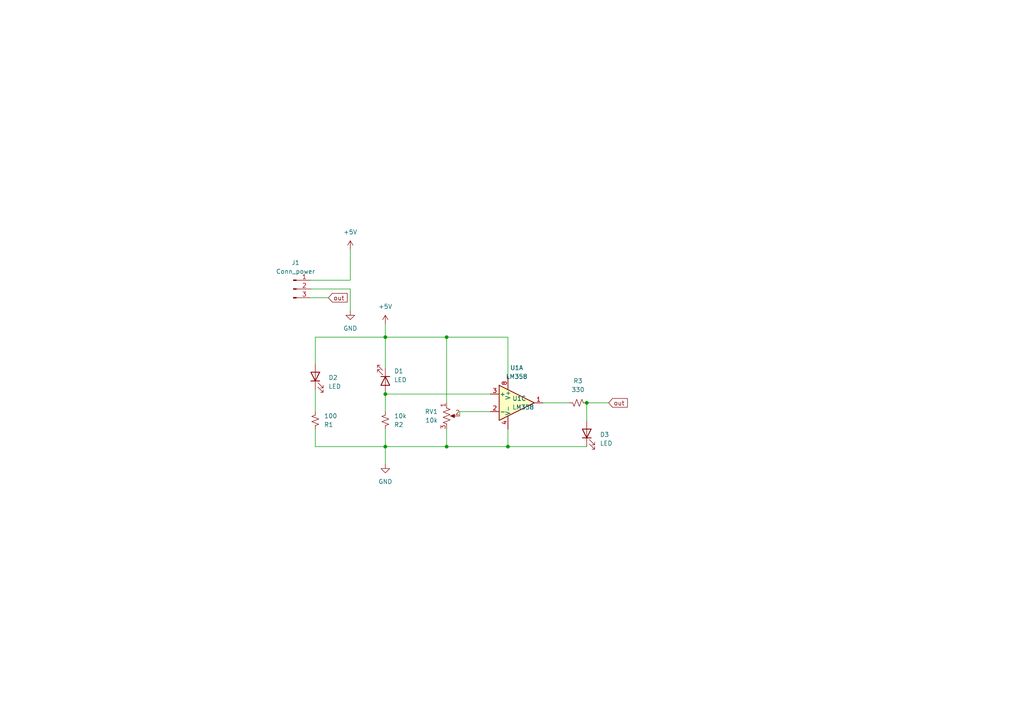
<source format=kicad_sch>
(kicad_sch
	(version 20231120)
	(generator "eeschema")
	(generator_version "8.0")
	(uuid "f9793440-5c7b-46df-8e0c-ee5c2255fcba")
	(paper "A4")
	(lib_symbols
		(symbol "Amplifier_Operational:LM358"
			(pin_names
				(offset 0.127)
			)
			(exclude_from_sim no)
			(in_bom yes)
			(on_board yes)
			(property "Reference" "U"
				(at 0 5.08 0)
				(effects
					(font
						(size 1.27 1.27)
					)
					(justify left)
				)
			)
			(property "Value" "LM358"
				(at 0 -5.08 0)
				(effects
					(font
						(size 1.27 1.27)
					)
					(justify left)
				)
			)
			(property "Footprint" ""
				(at 0 0 0)
				(effects
					(font
						(size 1.27 1.27)
					)
					(hide yes)
				)
			)
			(property "Datasheet" "http://www.ti.com/lit/ds/symlink/lm2904-n.pdf"
				(at 0 0 0)
				(effects
					(font
						(size 1.27 1.27)
					)
					(hide yes)
				)
			)
			(property "Description" "Low-Power, Dual Operational Amplifiers, DIP-8/SOIC-8/TO-99-8"
				(at 0 0 0)
				(effects
					(font
						(size 1.27 1.27)
					)
					(hide yes)
				)
			)
			(property "ki_locked" ""
				(at 0 0 0)
				(effects
					(font
						(size 1.27 1.27)
					)
				)
			)
			(property "ki_keywords" "dual opamp"
				(at 0 0 0)
				(effects
					(font
						(size 1.27 1.27)
					)
					(hide yes)
				)
			)
			(property "ki_fp_filters" "SOIC*3.9x4.9mm*P1.27mm* DIP*W7.62mm* TO*99* OnSemi*Micro8* TSSOP*3x3mm*P0.65mm* TSSOP*4.4x3mm*P0.65mm* MSOP*3x3mm*P0.65mm* SSOP*3.9x4.9mm*P0.635mm* LFCSP*2x2mm*P0.5mm* *SIP* SOIC*5.3x6.2mm*P1.27mm*"
				(at 0 0 0)
				(effects
					(font
						(size 1.27 1.27)
					)
					(hide yes)
				)
			)
			(symbol "LM358_1_1"
				(polyline
					(pts
						(xy -5.08 5.08) (xy 5.08 0) (xy -5.08 -5.08) (xy -5.08 5.08)
					)
					(stroke
						(width 0.254)
						(type default)
					)
					(fill
						(type background)
					)
				)
				(pin output line
					(at 7.62 0 180)
					(length 2.54)
					(name "~"
						(effects
							(font
								(size 1.27 1.27)
							)
						)
					)
					(number "1"
						(effects
							(font
								(size 1.27 1.27)
							)
						)
					)
				)
				(pin input line
					(at -7.62 -2.54 0)
					(length 2.54)
					(name "-"
						(effects
							(font
								(size 1.27 1.27)
							)
						)
					)
					(number "2"
						(effects
							(font
								(size 1.27 1.27)
							)
						)
					)
				)
				(pin input line
					(at -7.62 2.54 0)
					(length 2.54)
					(name "+"
						(effects
							(font
								(size 1.27 1.27)
							)
						)
					)
					(number "3"
						(effects
							(font
								(size 1.27 1.27)
							)
						)
					)
				)
			)
			(symbol "LM358_2_1"
				(polyline
					(pts
						(xy -5.08 5.08) (xy 5.08 0) (xy -5.08 -5.08) (xy -5.08 5.08)
					)
					(stroke
						(width 0.254)
						(type default)
					)
					(fill
						(type background)
					)
				)
				(pin input line
					(at -7.62 2.54 0)
					(length 2.54)
					(name "+"
						(effects
							(font
								(size 1.27 1.27)
							)
						)
					)
					(number "5"
						(effects
							(font
								(size 1.27 1.27)
							)
						)
					)
				)
				(pin input line
					(at -7.62 -2.54 0)
					(length 2.54)
					(name "-"
						(effects
							(font
								(size 1.27 1.27)
							)
						)
					)
					(number "6"
						(effects
							(font
								(size 1.27 1.27)
							)
						)
					)
				)
				(pin output line
					(at 7.62 0 180)
					(length 2.54)
					(name "~"
						(effects
							(font
								(size 1.27 1.27)
							)
						)
					)
					(number "7"
						(effects
							(font
								(size 1.27 1.27)
							)
						)
					)
				)
			)
			(symbol "LM358_3_1"
				(pin power_in line
					(at -2.54 -7.62 90)
					(length 3.81)
					(name "V-"
						(effects
							(font
								(size 1.27 1.27)
							)
						)
					)
					(number "4"
						(effects
							(font
								(size 1.27 1.27)
							)
						)
					)
				)
				(pin power_in line
					(at -2.54 7.62 270)
					(length 3.81)
					(name "V+"
						(effects
							(font
								(size 1.27 1.27)
							)
						)
					)
					(number "8"
						(effects
							(font
								(size 1.27 1.27)
							)
						)
					)
				)
			)
		)
		(symbol "Connector:Conn_01x03_Pin"
			(pin_names
				(offset 1.016) hide)
			(exclude_from_sim no)
			(in_bom yes)
			(on_board yes)
			(property "Reference" "J"
				(at 0 5.08 0)
				(effects
					(font
						(size 1.27 1.27)
					)
				)
			)
			(property "Value" "Conn_01x03_Pin"
				(at 0 -5.08 0)
				(effects
					(font
						(size 1.27 1.27)
					)
				)
			)
			(property "Footprint" ""
				(at 0 0 0)
				(effects
					(font
						(size 1.27 1.27)
					)
					(hide yes)
				)
			)
			(property "Datasheet" "~"
				(at 0 0 0)
				(effects
					(font
						(size 1.27 1.27)
					)
					(hide yes)
				)
			)
			(property "Description" "Generic connector, single row, 01x03, script generated"
				(at 0 0 0)
				(effects
					(font
						(size 1.27 1.27)
					)
					(hide yes)
				)
			)
			(property "ki_locked" ""
				(at 0 0 0)
				(effects
					(font
						(size 1.27 1.27)
					)
				)
			)
			(property "ki_keywords" "connector"
				(at 0 0 0)
				(effects
					(font
						(size 1.27 1.27)
					)
					(hide yes)
				)
			)
			(property "ki_fp_filters" "Connector*:*_1x??_*"
				(at 0 0 0)
				(effects
					(font
						(size 1.27 1.27)
					)
					(hide yes)
				)
			)
			(symbol "Conn_01x03_Pin_1_1"
				(polyline
					(pts
						(xy 1.27 -2.54) (xy 0.8636 -2.54)
					)
					(stroke
						(width 0.1524)
						(type default)
					)
					(fill
						(type none)
					)
				)
				(polyline
					(pts
						(xy 1.27 0) (xy 0.8636 0)
					)
					(stroke
						(width 0.1524)
						(type default)
					)
					(fill
						(type none)
					)
				)
				(polyline
					(pts
						(xy 1.27 2.54) (xy 0.8636 2.54)
					)
					(stroke
						(width 0.1524)
						(type default)
					)
					(fill
						(type none)
					)
				)
				(rectangle
					(start 0.8636 -2.413)
					(end 0 -2.667)
					(stroke
						(width 0.1524)
						(type default)
					)
					(fill
						(type outline)
					)
				)
				(rectangle
					(start 0.8636 0.127)
					(end 0 -0.127)
					(stroke
						(width 0.1524)
						(type default)
					)
					(fill
						(type outline)
					)
				)
				(rectangle
					(start 0.8636 2.667)
					(end 0 2.413)
					(stroke
						(width 0.1524)
						(type default)
					)
					(fill
						(type outline)
					)
				)
				(pin passive line
					(at 5.08 2.54 180)
					(length 3.81)
					(name "Pin_1"
						(effects
							(font
								(size 1.27 1.27)
							)
						)
					)
					(number "1"
						(effects
							(font
								(size 1.27 1.27)
							)
						)
					)
				)
				(pin passive line
					(at 5.08 0 180)
					(length 3.81)
					(name "Pin_2"
						(effects
							(font
								(size 1.27 1.27)
							)
						)
					)
					(number "2"
						(effects
							(font
								(size 1.27 1.27)
							)
						)
					)
				)
				(pin passive line
					(at 5.08 -2.54 180)
					(length 3.81)
					(name "Pin_3"
						(effects
							(font
								(size 1.27 1.27)
							)
						)
					)
					(number "3"
						(effects
							(font
								(size 1.27 1.27)
							)
						)
					)
				)
			)
		)
		(symbol "Device:LED"
			(pin_numbers hide)
			(pin_names
				(offset 1.016) hide)
			(exclude_from_sim no)
			(in_bom yes)
			(on_board yes)
			(property "Reference" "D"
				(at 0 2.54 0)
				(effects
					(font
						(size 1.27 1.27)
					)
				)
			)
			(property "Value" "LED"
				(at 0 -2.54 0)
				(effects
					(font
						(size 1.27 1.27)
					)
				)
			)
			(property "Footprint" ""
				(at 0 0 0)
				(effects
					(font
						(size 1.27 1.27)
					)
					(hide yes)
				)
			)
			(property "Datasheet" "~"
				(at 0 0 0)
				(effects
					(font
						(size 1.27 1.27)
					)
					(hide yes)
				)
			)
			(property "Description" "Light emitting diode"
				(at 0 0 0)
				(effects
					(font
						(size 1.27 1.27)
					)
					(hide yes)
				)
			)
			(property "ki_keywords" "LED diode"
				(at 0 0 0)
				(effects
					(font
						(size 1.27 1.27)
					)
					(hide yes)
				)
			)
			(property "ki_fp_filters" "LED* LED_SMD:* LED_THT:*"
				(at 0 0 0)
				(effects
					(font
						(size 1.27 1.27)
					)
					(hide yes)
				)
			)
			(symbol "LED_0_1"
				(polyline
					(pts
						(xy -1.27 -1.27) (xy -1.27 1.27)
					)
					(stroke
						(width 0.254)
						(type default)
					)
					(fill
						(type none)
					)
				)
				(polyline
					(pts
						(xy -1.27 0) (xy 1.27 0)
					)
					(stroke
						(width 0)
						(type default)
					)
					(fill
						(type none)
					)
				)
				(polyline
					(pts
						(xy 1.27 -1.27) (xy 1.27 1.27) (xy -1.27 0) (xy 1.27 -1.27)
					)
					(stroke
						(width 0.254)
						(type default)
					)
					(fill
						(type none)
					)
				)
				(polyline
					(pts
						(xy -3.048 -0.762) (xy -4.572 -2.286) (xy -3.81 -2.286) (xy -4.572 -2.286) (xy -4.572 -1.524)
					)
					(stroke
						(width 0)
						(type default)
					)
					(fill
						(type none)
					)
				)
				(polyline
					(pts
						(xy -1.778 -0.762) (xy -3.302 -2.286) (xy -2.54 -2.286) (xy -3.302 -2.286) (xy -3.302 -1.524)
					)
					(stroke
						(width 0)
						(type default)
					)
					(fill
						(type none)
					)
				)
			)
			(symbol "LED_1_1"
				(pin passive line
					(at -3.81 0 0)
					(length 2.54)
					(name "K"
						(effects
							(font
								(size 1.27 1.27)
							)
						)
					)
					(number "1"
						(effects
							(font
								(size 1.27 1.27)
							)
						)
					)
				)
				(pin passive line
					(at 3.81 0 180)
					(length 2.54)
					(name "A"
						(effects
							(font
								(size 1.27 1.27)
							)
						)
					)
					(number "2"
						(effects
							(font
								(size 1.27 1.27)
							)
						)
					)
				)
			)
		)
		(symbol "Device:R_Potentiometer_US"
			(pin_names
				(offset 1.016) hide)
			(exclude_from_sim no)
			(in_bom yes)
			(on_board yes)
			(property "Reference" "RV"
				(at -4.445 0 90)
				(effects
					(font
						(size 1.27 1.27)
					)
				)
			)
			(property "Value" "R_Potentiometer_US"
				(at -2.54 0 90)
				(effects
					(font
						(size 1.27 1.27)
					)
				)
			)
			(property "Footprint" ""
				(at 0 0 0)
				(effects
					(font
						(size 1.27 1.27)
					)
					(hide yes)
				)
			)
			(property "Datasheet" "~"
				(at 0 0 0)
				(effects
					(font
						(size 1.27 1.27)
					)
					(hide yes)
				)
			)
			(property "Description" "Potentiometer, US symbol"
				(at 0 0 0)
				(effects
					(font
						(size 1.27 1.27)
					)
					(hide yes)
				)
			)
			(property "ki_keywords" "resistor variable"
				(at 0 0 0)
				(effects
					(font
						(size 1.27 1.27)
					)
					(hide yes)
				)
			)
			(property "ki_fp_filters" "Potentiometer*"
				(at 0 0 0)
				(effects
					(font
						(size 1.27 1.27)
					)
					(hide yes)
				)
			)
			(symbol "R_Potentiometer_US_0_1"
				(polyline
					(pts
						(xy 0 -2.286) (xy 0 -2.54)
					)
					(stroke
						(width 0)
						(type default)
					)
					(fill
						(type none)
					)
				)
				(polyline
					(pts
						(xy 0 2.54) (xy 0 2.286)
					)
					(stroke
						(width 0)
						(type default)
					)
					(fill
						(type none)
					)
				)
				(polyline
					(pts
						(xy 2.54 0) (xy 1.524 0)
					)
					(stroke
						(width 0)
						(type default)
					)
					(fill
						(type none)
					)
				)
				(polyline
					(pts
						(xy 1.143 0) (xy 2.286 0.508) (xy 2.286 -0.508) (xy 1.143 0)
					)
					(stroke
						(width 0)
						(type default)
					)
					(fill
						(type outline)
					)
				)
				(polyline
					(pts
						(xy 0 -0.762) (xy 1.016 -1.143) (xy 0 -1.524) (xy -1.016 -1.905) (xy 0 -2.286)
					)
					(stroke
						(width 0)
						(type default)
					)
					(fill
						(type none)
					)
				)
				(polyline
					(pts
						(xy 0 0.762) (xy 1.016 0.381) (xy 0 0) (xy -1.016 -0.381) (xy 0 -0.762)
					)
					(stroke
						(width 0)
						(type default)
					)
					(fill
						(type none)
					)
				)
				(polyline
					(pts
						(xy 0 2.286) (xy 1.016 1.905) (xy 0 1.524) (xy -1.016 1.143) (xy 0 0.762)
					)
					(stroke
						(width 0)
						(type default)
					)
					(fill
						(type none)
					)
				)
			)
			(symbol "R_Potentiometer_US_1_1"
				(pin passive line
					(at 0 3.81 270)
					(length 1.27)
					(name "1"
						(effects
							(font
								(size 1.27 1.27)
							)
						)
					)
					(number "1"
						(effects
							(font
								(size 1.27 1.27)
							)
						)
					)
				)
				(pin passive line
					(at 3.81 0 180)
					(length 1.27)
					(name "2"
						(effects
							(font
								(size 1.27 1.27)
							)
						)
					)
					(number "2"
						(effects
							(font
								(size 1.27 1.27)
							)
						)
					)
				)
				(pin passive line
					(at 0 -3.81 90)
					(length 1.27)
					(name "3"
						(effects
							(font
								(size 1.27 1.27)
							)
						)
					)
					(number "3"
						(effects
							(font
								(size 1.27 1.27)
							)
						)
					)
				)
			)
		)
		(symbol "Device:R_Small_US"
			(pin_numbers hide)
			(pin_names
				(offset 0.254) hide)
			(exclude_from_sim no)
			(in_bom yes)
			(on_board yes)
			(property "Reference" "R"
				(at 0.762 0.508 0)
				(effects
					(font
						(size 1.27 1.27)
					)
					(justify left)
				)
			)
			(property "Value" "R_Small_US"
				(at 0.762 -1.016 0)
				(effects
					(font
						(size 1.27 1.27)
					)
					(justify left)
				)
			)
			(property "Footprint" ""
				(at 0 0 0)
				(effects
					(font
						(size 1.27 1.27)
					)
					(hide yes)
				)
			)
			(property "Datasheet" "~"
				(at 0 0 0)
				(effects
					(font
						(size 1.27 1.27)
					)
					(hide yes)
				)
			)
			(property "Description" "Resistor, small US symbol"
				(at 0 0 0)
				(effects
					(font
						(size 1.27 1.27)
					)
					(hide yes)
				)
			)
			(property "ki_keywords" "r resistor"
				(at 0 0 0)
				(effects
					(font
						(size 1.27 1.27)
					)
					(hide yes)
				)
			)
			(property "ki_fp_filters" "R_*"
				(at 0 0 0)
				(effects
					(font
						(size 1.27 1.27)
					)
					(hide yes)
				)
			)
			(symbol "R_Small_US_1_1"
				(polyline
					(pts
						(xy 0 0) (xy 1.016 -0.381) (xy 0 -0.762) (xy -1.016 -1.143) (xy 0 -1.524)
					)
					(stroke
						(width 0)
						(type default)
					)
					(fill
						(type none)
					)
				)
				(polyline
					(pts
						(xy 0 1.524) (xy 1.016 1.143) (xy 0 0.762) (xy -1.016 0.381) (xy 0 0)
					)
					(stroke
						(width 0)
						(type default)
					)
					(fill
						(type none)
					)
				)
				(pin passive line
					(at 0 2.54 270)
					(length 1.016)
					(name "~"
						(effects
							(font
								(size 1.27 1.27)
							)
						)
					)
					(number "1"
						(effects
							(font
								(size 1.27 1.27)
							)
						)
					)
				)
				(pin passive line
					(at 0 -2.54 90)
					(length 1.016)
					(name "~"
						(effects
							(font
								(size 1.27 1.27)
							)
						)
					)
					(number "2"
						(effects
							(font
								(size 1.27 1.27)
							)
						)
					)
				)
			)
		)
		(symbol "power:+5V"
			(power)
			(pin_numbers hide)
			(pin_names
				(offset 0) hide)
			(exclude_from_sim no)
			(in_bom yes)
			(on_board yes)
			(property "Reference" "#PWR"
				(at 0 -3.81 0)
				(effects
					(font
						(size 1.27 1.27)
					)
					(hide yes)
				)
			)
			(property "Value" "+5V"
				(at 0 3.556 0)
				(effects
					(font
						(size 1.27 1.27)
					)
				)
			)
			(property "Footprint" ""
				(at 0 0 0)
				(effects
					(font
						(size 1.27 1.27)
					)
					(hide yes)
				)
			)
			(property "Datasheet" ""
				(at 0 0 0)
				(effects
					(font
						(size 1.27 1.27)
					)
					(hide yes)
				)
			)
			(property "Description" "Power symbol creates a global label with name \"+5V\""
				(at 0 0 0)
				(effects
					(font
						(size 1.27 1.27)
					)
					(hide yes)
				)
			)
			(property "ki_keywords" "global power"
				(at 0 0 0)
				(effects
					(font
						(size 1.27 1.27)
					)
					(hide yes)
				)
			)
			(symbol "+5V_0_1"
				(polyline
					(pts
						(xy -0.762 1.27) (xy 0 2.54)
					)
					(stroke
						(width 0)
						(type default)
					)
					(fill
						(type none)
					)
				)
				(polyline
					(pts
						(xy 0 0) (xy 0 2.54)
					)
					(stroke
						(width 0)
						(type default)
					)
					(fill
						(type none)
					)
				)
				(polyline
					(pts
						(xy 0 2.54) (xy 0.762 1.27)
					)
					(stroke
						(width 0)
						(type default)
					)
					(fill
						(type none)
					)
				)
			)
			(symbol "+5V_1_1"
				(pin power_in line
					(at 0 0 90)
					(length 0)
					(name "~"
						(effects
							(font
								(size 1.27 1.27)
							)
						)
					)
					(number "1"
						(effects
							(font
								(size 1.27 1.27)
							)
						)
					)
				)
			)
		)
		(symbol "power:GND"
			(power)
			(pin_numbers hide)
			(pin_names
				(offset 0) hide)
			(exclude_from_sim no)
			(in_bom yes)
			(on_board yes)
			(property "Reference" "#PWR"
				(at 0 -6.35 0)
				(effects
					(font
						(size 1.27 1.27)
					)
					(hide yes)
				)
			)
			(property "Value" "GND"
				(at 0 -3.81 0)
				(effects
					(font
						(size 1.27 1.27)
					)
				)
			)
			(property "Footprint" ""
				(at 0 0 0)
				(effects
					(font
						(size 1.27 1.27)
					)
					(hide yes)
				)
			)
			(property "Datasheet" ""
				(at 0 0 0)
				(effects
					(font
						(size 1.27 1.27)
					)
					(hide yes)
				)
			)
			(property "Description" "Power symbol creates a global label with name \"GND\" , ground"
				(at 0 0 0)
				(effects
					(font
						(size 1.27 1.27)
					)
					(hide yes)
				)
			)
			(property "ki_keywords" "global power"
				(at 0 0 0)
				(effects
					(font
						(size 1.27 1.27)
					)
					(hide yes)
				)
			)
			(symbol "GND_0_1"
				(polyline
					(pts
						(xy 0 0) (xy 0 -1.27) (xy 1.27 -1.27) (xy 0 -2.54) (xy -1.27 -1.27) (xy 0 -1.27)
					)
					(stroke
						(width 0)
						(type default)
					)
					(fill
						(type none)
					)
				)
			)
			(symbol "GND_1_1"
				(pin power_in line
					(at 0 0 270)
					(length 0)
					(name "~"
						(effects
							(font
								(size 1.27 1.27)
							)
						)
					)
					(number "1"
						(effects
							(font
								(size 1.27 1.27)
							)
						)
					)
				)
			)
		)
	)
	(junction
		(at 129.54 97.79)
		(diameter 0)
		(color 0 0 0 0)
		(uuid "0578fe6e-d1dd-4282-bd64-3e2ae372685f")
	)
	(junction
		(at 170.18 116.84)
		(diameter 0)
		(color 0 0 0 0)
		(uuid "2d04a6e7-e48b-4137-a69f-b165ea4d795e")
	)
	(junction
		(at 111.76 114.3)
		(diameter 0)
		(color 0 0 0 0)
		(uuid "508b833e-ffeb-4bc1-900f-a2e7a1efc2b5")
	)
	(junction
		(at 111.76 129.54)
		(diameter 0)
		(color 0 0 0 0)
		(uuid "7b672ef0-857a-4f71-b895-e7de5738df85")
	)
	(junction
		(at 111.76 97.79)
		(diameter 0)
		(color 0 0 0 0)
		(uuid "b154ab6c-6807-4225-b1ae-9ed003befe23")
	)
	(junction
		(at 147.32 129.54)
		(diameter 0)
		(color 0 0 0 0)
		(uuid "ba8f7b03-091c-4e2e-a949-4133c952af65")
	)
	(junction
		(at 129.54 129.54)
		(diameter 0)
		(color 0 0 0 0)
		(uuid "e44e1f6a-d9cd-4088-8865-87dfb2d9d12e")
	)
	(wire
		(pts
			(xy 111.76 97.79) (xy 111.76 106.68)
		)
		(stroke
			(width 0)
			(type default)
		)
		(uuid "060a5298-3560-4bbe-8e95-afeb98edfafa")
	)
	(wire
		(pts
			(xy 101.6 81.28) (xy 90.17 81.28)
		)
		(stroke
			(width 0)
			(type default)
		)
		(uuid "1c67365d-9e70-4d61-b336-03106c2d50f2")
	)
	(wire
		(pts
			(xy 91.44 129.54) (xy 111.76 129.54)
		)
		(stroke
			(width 0)
			(type default)
		)
		(uuid "1d982ed6-3cb1-48c1-a78b-b659a2c621ea")
	)
	(wire
		(pts
			(xy 170.18 116.84) (xy 176.53 116.84)
		)
		(stroke
			(width 0)
			(type default)
		)
		(uuid "2ef63718-40f2-46f0-a023-87c950e88999")
	)
	(wire
		(pts
			(xy 101.6 72.39) (xy 101.6 81.28)
		)
		(stroke
			(width 0)
			(type default)
		)
		(uuid "335da21b-cba9-44f7-b285-43578b8bf8f7")
	)
	(wire
		(pts
			(xy 170.18 116.84) (xy 170.18 121.92)
		)
		(stroke
			(width 0)
			(type default)
		)
		(uuid "39e40914-ba6b-4017-829c-9c31fcad47d5")
	)
	(wire
		(pts
			(xy 147.32 124.46) (xy 147.32 129.54)
		)
		(stroke
			(width 0)
			(type default)
		)
		(uuid "3ba5943b-a54d-46ab-bcdb-e7cfa4fb049f")
	)
	(wire
		(pts
			(xy 142.24 114.3) (xy 111.76 114.3)
		)
		(stroke
			(width 0)
			(type default)
		)
		(uuid "48dd2202-a1e3-40f8-b74c-adc5646aa67f")
	)
	(wire
		(pts
			(xy 147.32 129.54) (xy 129.54 129.54)
		)
		(stroke
			(width 0)
			(type default)
		)
		(uuid "53f14196-1779-4c51-8663-5ee1d4a4e994")
	)
	(wire
		(pts
			(xy 111.76 134.62) (xy 111.76 129.54)
		)
		(stroke
			(width 0)
			(type default)
		)
		(uuid "5a2f5a0a-31cd-40fe-90f0-cd32cdfd23b4")
	)
	(wire
		(pts
			(xy 129.54 97.79) (xy 111.76 97.79)
		)
		(stroke
			(width 0)
			(type default)
		)
		(uuid "5e9eaed1-7df1-4c8e-9928-52a5533a4760")
	)
	(wire
		(pts
			(xy 91.44 113.03) (xy 91.44 119.38)
		)
		(stroke
			(width 0)
			(type default)
		)
		(uuid "60e289f0-13e4-41ec-b550-a4d7ee30dfce")
	)
	(wire
		(pts
			(xy 111.76 124.46) (xy 111.76 129.54)
		)
		(stroke
			(width 0)
			(type default)
		)
		(uuid "66e03954-a05c-4052-8f68-b04eb0dab777")
	)
	(wire
		(pts
			(xy 157.48 116.84) (xy 165.1 116.84)
		)
		(stroke
			(width 0)
			(type default)
		)
		(uuid "7cb4870b-f6aa-4368-87c7-b1cc413ba815")
	)
	(wire
		(pts
			(xy 133.35 119.38) (xy 133.35 120.65)
		)
		(stroke
			(width 0)
			(type default)
		)
		(uuid "8009447b-8af9-4590-adb9-30210c5739a4")
	)
	(wire
		(pts
			(xy 111.76 93.98) (xy 111.76 97.79)
		)
		(stroke
			(width 0)
			(type default)
		)
		(uuid "833bbb2c-f1a9-4f59-ad3d-16eaa2488dcd")
	)
	(wire
		(pts
			(xy 91.44 124.46) (xy 91.44 129.54)
		)
		(stroke
			(width 0)
			(type default)
		)
		(uuid "8381ee54-eb2a-46d9-9a65-67e2f92718b5")
	)
	(wire
		(pts
			(xy 142.24 119.38) (xy 133.35 119.38)
		)
		(stroke
			(width 0)
			(type default)
		)
		(uuid "8a476d72-de65-496c-bfaf-4f13e4a19f1c")
	)
	(wire
		(pts
			(xy 111.76 114.3) (xy 111.76 119.38)
		)
		(stroke
			(width 0)
			(type default)
		)
		(uuid "970b8f1c-2632-4031-b63e-19ff6c6beae6")
	)
	(wire
		(pts
			(xy 129.54 129.54) (xy 111.76 129.54)
		)
		(stroke
			(width 0)
			(type default)
		)
		(uuid "a1d6482d-8d6d-4128-8538-f56ad246e2db")
	)
	(wire
		(pts
			(xy 147.32 109.22) (xy 147.32 97.79)
		)
		(stroke
			(width 0)
			(type default)
		)
		(uuid "a466d4ce-dbc8-4748-a9c3-8bec11e73d42")
	)
	(wire
		(pts
			(xy 91.44 97.79) (xy 91.44 105.41)
		)
		(stroke
			(width 0)
			(type default)
		)
		(uuid "a5c6360b-bc9c-4742-9824-f605deaa53a3")
	)
	(wire
		(pts
			(xy 147.32 129.54) (xy 170.18 129.54)
		)
		(stroke
			(width 0)
			(type default)
		)
		(uuid "ae81b8fe-270b-4e59-9d00-6f3dbe023f4b")
	)
	(wire
		(pts
			(xy 147.32 97.79) (xy 129.54 97.79)
		)
		(stroke
			(width 0)
			(type default)
		)
		(uuid "b99c66a6-56f9-4114-913d-d16214483160")
	)
	(wire
		(pts
			(xy 90.17 83.82) (xy 101.6 83.82)
		)
		(stroke
			(width 0)
			(type default)
		)
		(uuid "c1785db4-8b04-4c13-b027-31a5866c97ea")
	)
	(wire
		(pts
			(xy 101.6 83.82) (xy 101.6 90.17)
		)
		(stroke
			(width 0)
			(type default)
		)
		(uuid "cab69075-0379-4688-ac90-a42b11651c5a")
	)
	(wire
		(pts
			(xy 129.54 124.46) (xy 129.54 129.54)
		)
		(stroke
			(width 0)
			(type default)
		)
		(uuid "e6bd0ef9-5aeb-4c0d-a7f5-04facd32cb41")
	)
	(wire
		(pts
			(xy 111.76 97.79) (xy 91.44 97.79)
		)
		(stroke
			(width 0)
			(type default)
		)
		(uuid "f3c26a7d-7d34-4d40-aef6-e9fa846ba07a")
	)
	(wire
		(pts
			(xy 90.17 86.36) (xy 95.25 86.36)
		)
		(stroke
			(width 0)
			(type default)
		)
		(uuid "fc3a1d34-3a11-4d7e-8640-5e637c164f23")
	)
	(wire
		(pts
			(xy 129.54 116.84) (xy 129.54 97.79)
		)
		(stroke
			(width 0)
			(type default)
		)
		(uuid "ff2538d6-bbb0-4c52-b075-91e95ca8619c")
	)
	(global_label "out"
		(shape input)
		(at 95.25 86.36 0)
		(fields_autoplaced yes)
		(effects
			(font
				(size 1.27 1.27)
			)
			(justify left)
		)
		(uuid "59e731a5-1336-4e39-aa12-ac4be81431fe")
		(property "Intersheetrefs" "${INTERSHEET_REFS}"
			(at 101.2589 86.36 0)
			(effects
				(font
					(size 1.27 1.27)
				)
				(justify left)
				(hide yes)
			)
		)
	)
	(global_label "out"
		(shape input)
		(at 176.53 116.84 0)
		(fields_autoplaced yes)
		(effects
			(font
				(size 1.27 1.27)
			)
			(justify left)
		)
		(uuid "dcc96f20-fa57-4dbf-ab89-1de1b1f78a59")
		(property "Intersheetrefs" "${INTERSHEET_REFS}"
			(at 182.5389 116.84 0)
			(effects
				(font
					(size 1.27 1.27)
				)
				(justify left)
				(hide yes)
			)
		)
	)
	(symbol
		(lib_id "Device:R_Small_US")
		(at 111.76 121.92 0)
		(mirror x)
		(unit 1)
		(exclude_from_sim no)
		(in_bom yes)
		(on_board yes)
		(dnp no)
		(fields_autoplaced yes)
		(uuid "083e816e-ed78-4420-8c28-8984e7fd93df")
		(property "Reference" "R2"
			(at 114.3 123.1901 0)
			(effects
				(font
					(size 1.27 1.27)
				)
				(justify left)
			)
		)
		(property "Value" "10k"
			(at 114.3 120.6501 0)
			(effects
				(font
					(size 1.27 1.27)
				)
				(justify left)
			)
		)
		(property "Footprint" "Resistor_SMD:R_1206_3216Metric"
			(at 111.76 121.92 0)
			(effects
				(font
					(size 1.27 1.27)
				)
				(hide yes)
			)
		)
		(property "Datasheet" "~"
			(at 111.76 121.92 0)
			(effects
				(font
					(size 1.27 1.27)
				)
				(hide yes)
			)
		)
		(property "Description" "Resistor, small US symbol"
			(at 111.76 121.92 0)
			(effects
				(font
					(size 1.27 1.27)
				)
				(hide yes)
			)
		)
		(pin "2"
			(uuid "f4fccb2a-a199-4cb4-b64f-c39e695e31bc")
		)
		(pin "1"
			(uuid "e1f41d42-3140-439a-9512-02d502ee3d9f")
		)
		(instances
			(project "ir sensor"
				(path "/f9793440-5c7b-46df-8e0c-ee5c2255fcba"
					(reference "R2")
					(unit 1)
				)
			)
		)
	)
	(symbol
		(lib_id "Device:R_Potentiometer_US")
		(at 129.54 120.65 0)
		(unit 1)
		(exclude_from_sim no)
		(in_bom yes)
		(on_board yes)
		(dnp no)
		(fields_autoplaced yes)
		(uuid "1997162d-c967-461c-96fe-05d02130dc91")
		(property "Reference" "RV1"
			(at 127 119.3799 0)
			(effects
				(font
					(size 1.27 1.27)
				)
				(justify right)
			)
		)
		(property "Value" "10k"
			(at 127 121.9199 0)
			(effects
				(font
					(size 1.27 1.27)
				)
				(justify right)
			)
		)
		(property "Footprint" "Potentiometer_THT:Potentiometer_ACP_CA6-H2,5_Horizontal"
			(at 129.54 120.65 0)
			(effects
				(font
					(size 1.27 1.27)
				)
				(hide yes)
			)
		)
		(property "Datasheet" "~"
			(at 129.54 120.65 0)
			(effects
				(font
					(size 1.27 1.27)
				)
				(hide yes)
			)
		)
		(property "Description" "Potentiometer, US symbol"
			(at 129.54 120.65 0)
			(effects
				(font
					(size 1.27 1.27)
				)
				(hide yes)
			)
		)
		(pin "2"
			(uuid "1b54b10a-858d-4db6-b592-f99c46238d22")
		)
		(pin "3"
			(uuid "492c8db0-e880-4739-b260-938de90a7a23")
		)
		(pin "1"
			(uuid "5f361e71-7f7d-4181-bbb8-a4511080d574")
		)
		(instances
			(project ""
				(path "/f9793440-5c7b-46df-8e0c-ee5c2255fcba"
					(reference "RV1")
					(unit 1)
				)
			)
		)
	)
	(symbol
		(lib_id "power:GND")
		(at 111.76 134.62 0)
		(unit 1)
		(exclude_from_sim no)
		(in_bom yes)
		(on_board yes)
		(dnp no)
		(fields_autoplaced yes)
		(uuid "3815cf59-abe1-42ee-8289-190c41f892cc")
		(property "Reference" "#PWR03"
			(at 111.76 140.97 0)
			(effects
				(font
					(size 1.27 1.27)
				)
				(hide yes)
			)
		)
		(property "Value" "GND"
			(at 111.76 139.7 0)
			(effects
				(font
					(size 1.27 1.27)
				)
			)
		)
		(property "Footprint" ""
			(at 111.76 134.62 0)
			(effects
				(font
					(size 1.27 1.27)
				)
				(hide yes)
			)
		)
		(property "Datasheet" ""
			(at 111.76 134.62 0)
			(effects
				(font
					(size 1.27 1.27)
				)
				(hide yes)
			)
		)
		(property "Description" "Power symbol creates a global label with name \"GND\" , ground"
			(at 111.76 134.62 0)
			(effects
				(font
					(size 1.27 1.27)
				)
				(hide yes)
			)
		)
		(pin "1"
			(uuid "bc827fd6-f2b8-4ad5-844b-91ab1c678064")
		)
		(instances
			(project "ir sensor"
				(path "/f9793440-5c7b-46df-8e0c-ee5c2255fcba"
					(reference "#PWR03")
					(unit 1)
				)
			)
		)
	)
	(symbol
		(lib_id "power:+5V")
		(at 101.6 72.39 0)
		(unit 1)
		(exclude_from_sim no)
		(in_bom yes)
		(on_board yes)
		(dnp no)
		(fields_autoplaced yes)
		(uuid "54831c39-b482-4112-88d6-81b630b8582a")
		(property "Reference" "#PWR01"
			(at 101.6 76.2 0)
			(effects
				(font
					(size 1.27 1.27)
				)
				(hide yes)
			)
		)
		(property "Value" "+5V"
			(at 101.6 67.31 0)
			(effects
				(font
					(size 1.27 1.27)
				)
			)
		)
		(property "Footprint" ""
			(at 101.6 72.39 0)
			(effects
				(font
					(size 1.27 1.27)
				)
				(hide yes)
			)
		)
		(property "Datasheet" ""
			(at 101.6 72.39 0)
			(effects
				(font
					(size 1.27 1.27)
				)
				(hide yes)
			)
		)
		(property "Description" "Power symbol creates a global label with name \"+5V\""
			(at 101.6 72.39 0)
			(effects
				(font
					(size 1.27 1.27)
				)
				(hide yes)
			)
		)
		(pin "1"
			(uuid "3ebe63fb-eb4f-44f4-adbf-56c2862db05b")
		)
		(instances
			(project ""
				(path "/f9793440-5c7b-46df-8e0c-ee5c2255fcba"
					(reference "#PWR01")
					(unit 1)
				)
			)
		)
	)
	(symbol
		(lib_id "power:GND")
		(at 101.6 90.17 0)
		(unit 1)
		(exclude_from_sim no)
		(in_bom yes)
		(on_board yes)
		(dnp no)
		(fields_autoplaced yes)
		(uuid "63df9099-262e-4e12-a56c-3df2a6b52a76")
		(property "Reference" "#PWR02"
			(at 101.6 96.52 0)
			(effects
				(font
					(size 1.27 1.27)
				)
				(hide yes)
			)
		)
		(property "Value" "GND"
			(at 101.6 95.25 0)
			(effects
				(font
					(size 1.27 1.27)
				)
			)
		)
		(property "Footprint" ""
			(at 101.6 90.17 0)
			(effects
				(font
					(size 1.27 1.27)
				)
				(hide yes)
			)
		)
		(property "Datasheet" ""
			(at 101.6 90.17 0)
			(effects
				(font
					(size 1.27 1.27)
				)
				(hide yes)
			)
		)
		(property "Description" "Power symbol creates a global label with name \"GND\" , ground"
			(at 101.6 90.17 0)
			(effects
				(font
					(size 1.27 1.27)
				)
				(hide yes)
			)
		)
		(pin "1"
			(uuid "eeb6e9f9-2ff2-4af1-a877-e37509e43f74")
		)
		(instances
			(project ""
				(path "/f9793440-5c7b-46df-8e0c-ee5c2255fcba"
					(reference "#PWR02")
					(unit 1)
				)
			)
		)
	)
	(symbol
		(lib_id "Device:LED")
		(at 170.18 125.73 90)
		(unit 1)
		(exclude_from_sim no)
		(in_bom yes)
		(on_board yes)
		(dnp no)
		(fields_autoplaced yes)
		(uuid "64dcfc1b-4f44-47a3-88b6-cb0ee9f5d062")
		(property "Reference" "D3"
			(at 173.99 126.0474 90)
			(effects
				(font
					(size 1.27 1.27)
				)
				(justify right)
			)
		)
		(property "Value" "LED"
			(at 173.99 128.5874 90)
			(effects
				(font
					(size 1.27 1.27)
				)
				(justify right)
			)
		)
		(property "Footprint" "LED_SMD:LED_1206_3216Metric_Pad1.42x1.75mm_HandSolder"
			(at 170.18 125.73 0)
			(effects
				(font
					(size 1.27 1.27)
				)
				(hide yes)
			)
		)
		(property "Datasheet" "~"
			(at 170.18 125.73 0)
			(effects
				(font
					(size 1.27 1.27)
				)
				(hide yes)
			)
		)
		(property "Description" "Light emitting diode"
			(at 170.18 125.73 0)
			(effects
				(font
					(size 1.27 1.27)
				)
				(hide yes)
			)
		)
		(pin "2"
			(uuid "c06ce267-9058-4c36-8b05-825e69feb1c2")
		)
		(pin "1"
			(uuid "8014c4fe-591b-4908-ada5-5b5dc890ee77")
		)
		(instances
			(project "ir sensor"
				(path "/f9793440-5c7b-46df-8e0c-ee5c2255fcba"
					(reference "D3")
					(unit 1)
				)
			)
		)
	)
	(symbol
		(lib_id "Device:R_Small_US")
		(at 167.64 116.84 270)
		(mirror x)
		(unit 1)
		(exclude_from_sim no)
		(in_bom yes)
		(on_board yes)
		(dnp no)
		(fields_autoplaced yes)
		(uuid "82ae05cc-cbdc-4652-be12-8367b4bf2772")
		(property "Reference" "R3"
			(at 167.64 110.49 90)
			(effects
				(font
					(size 1.27 1.27)
				)
			)
		)
		(property "Value" "330"
			(at 167.64 113.03 90)
			(effects
				(font
					(size 1.27 1.27)
				)
			)
		)
		(property "Footprint" "Resistor_SMD:R_1206_3216Metric"
			(at 167.64 116.84 0)
			(effects
				(font
					(size 1.27 1.27)
				)
				(hide yes)
			)
		)
		(property "Datasheet" "~"
			(at 167.64 116.84 0)
			(effects
				(font
					(size 1.27 1.27)
				)
				(hide yes)
			)
		)
		(property "Description" "Resistor, small US symbol"
			(at 167.64 116.84 0)
			(effects
				(font
					(size 1.27 1.27)
				)
				(hide yes)
			)
		)
		(pin "2"
			(uuid "b097b1b4-2aaf-433c-bcd0-5a5b7e27e3de")
		)
		(pin "1"
			(uuid "15c8b69b-7a89-4d84-8704-b2732dd64859")
		)
		(instances
			(project "ir sensor"
				(path "/f9793440-5c7b-46df-8e0c-ee5c2255fcba"
					(reference "R3")
					(unit 1)
				)
			)
		)
	)
	(symbol
		(lib_id "Amplifier_Operational:LM358")
		(at 149.86 116.84 0)
		(unit 3)
		(exclude_from_sim no)
		(in_bom yes)
		(on_board yes)
		(dnp no)
		(fields_autoplaced yes)
		(uuid "a96d7e90-df4f-4951-94c8-b5ec750d4f27")
		(property "Reference" "U1"
			(at 148.59 115.5699 0)
			(effects
				(font
					(size 1.27 1.27)
				)
				(justify left)
			)
		)
		(property "Value" "LM358"
			(at 148.59 118.1099 0)
			(effects
				(font
					(size 1.27 1.27)
				)
				(justify left)
			)
		)
		(property "Footprint" "Package_DIP:DIP-8_W7.62mm_SMDSocket_SmallPads"
			(at 149.86 116.84 0)
			(effects
				(font
					(size 1.27 1.27)
				)
				(hide yes)
			)
		)
		(property "Datasheet" "http://www.ti.com/lit/ds/symlink/lm2904-n.pdf"
			(at 149.86 116.84 0)
			(effects
				(font
					(size 1.27 1.27)
				)
				(hide yes)
			)
		)
		(property "Description" "Low-Power, Dual Operational Amplifiers, DIP-8/SOIC-8/TO-99-8"
			(at 149.86 116.84 0)
			(effects
				(font
					(size 1.27 1.27)
				)
				(hide yes)
			)
		)
		(pin "1"
			(uuid "8c533ed8-2474-4574-95df-f5b8d9e1df37")
		)
		(pin "3"
			(uuid "f1aa3cc4-1fe9-4d0b-8962-ab820acdd88e")
		)
		(pin "2"
			(uuid "aaaf2d53-6baf-4491-b521-7832ad09e5e4")
		)
		(pin "4"
			(uuid "15025c70-96a4-4ce2-bbd3-3278834fbc1d")
		)
		(pin "8"
			(uuid "5d9b2e42-4376-4eda-9c47-cd308ff7c342")
		)
		(pin "7"
			(uuid "53bb0cbc-177b-4f15-affe-6f0aff753639")
		)
		(pin "6"
			(uuid "26fe5ff7-8ec7-4de0-ae7d-46a2ed406865")
		)
		(pin "5"
			(uuid "331b45fa-7ac1-478d-a76b-96f75d5dc9ad")
		)
		(instances
			(project ""
				(path "/f9793440-5c7b-46df-8e0c-ee5c2255fcba"
					(reference "U1")
					(unit 3)
				)
			)
		)
	)
	(symbol
		(lib_id "Connector:Conn_01x03_Pin")
		(at 85.09 83.82 0)
		(unit 1)
		(exclude_from_sim no)
		(in_bom yes)
		(on_board yes)
		(dnp no)
		(fields_autoplaced yes)
		(uuid "abd12c07-2e9a-48bb-918d-d8844a5385f2")
		(property "Reference" "J1"
			(at 85.725 76.2 0)
			(effects
				(font
					(size 1.27 1.27)
				)
			)
		)
		(property "Value" "Conn_power"
			(at 85.725 78.74 0)
			(effects
				(font
					(size 1.27 1.27)
				)
			)
		)
		(property "Footprint" "Connector_PinHeader_2.54mm:PinHeader_1x03_P2.54mm_Horizontal"
			(at 85.09 83.82 0)
			(effects
				(font
					(size 1.27 1.27)
				)
				(hide yes)
			)
		)
		(property "Datasheet" "~"
			(at 85.09 83.82 0)
			(effects
				(font
					(size 1.27 1.27)
				)
				(hide yes)
			)
		)
		(property "Description" "Generic connector, single row, 01x03, script generated"
			(at 85.09 83.82 0)
			(effects
				(font
					(size 1.27 1.27)
				)
				(hide yes)
			)
		)
		(pin "1"
			(uuid "472181e9-e02f-4277-adce-70e9cc7deb55")
		)
		(pin "2"
			(uuid "5511100a-3efa-4fcd-9322-d846699bca69")
		)
		(pin "3"
			(uuid "8934e751-bba5-429e-acd0-3f4a4e558e38")
		)
		(instances
			(project ""
				(path "/f9793440-5c7b-46df-8e0c-ee5c2255fcba"
					(reference "J1")
					(unit 1)
				)
			)
		)
	)
	(symbol
		(lib_id "Device:LED")
		(at 91.44 109.22 90)
		(unit 1)
		(exclude_from_sim no)
		(in_bom yes)
		(on_board yes)
		(dnp no)
		(fields_autoplaced yes)
		(uuid "b18bdd6b-9576-4ae8-b954-38503d81792b")
		(property "Reference" "D2"
			(at 95.25 109.5374 90)
			(effects
				(font
					(size 1.27 1.27)
				)
				(justify right)
			)
		)
		(property "Value" "LED"
			(at 95.25 112.0774 90)
			(effects
				(font
					(size 1.27 1.27)
				)
				(justify right)
			)
		)
		(property "Footprint" "LED_THT:LED_D5.0mm_Horizontal_O6.35mm_Z9.0mm"
			(at 91.44 109.22 0)
			(effects
				(font
					(size 1.27 1.27)
				)
				(hide yes)
			)
		)
		(property "Datasheet" "~"
			(at 91.44 109.22 0)
			(effects
				(font
					(size 1.27 1.27)
				)
				(hide yes)
			)
		)
		(property "Description" "Light emitting diode"
			(at 91.44 109.22 0)
			(effects
				(font
					(size 1.27 1.27)
				)
				(hide yes)
			)
		)
		(pin "1"
			(uuid "9e243945-9fed-4aa9-afb6-3d45eec986b3")
		)
		(pin "2"
			(uuid "cda77aad-73cc-4834-a5ca-025c0ddd7352")
		)
		(instances
			(project ""
				(path "/f9793440-5c7b-46df-8e0c-ee5c2255fcba"
					(reference "D2")
					(unit 1)
				)
			)
		)
	)
	(symbol
		(lib_id "Device:LED")
		(at 111.76 110.49 270)
		(unit 1)
		(exclude_from_sim no)
		(in_bom yes)
		(on_board yes)
		(dnp no)
		(fields_autoplaced yes)
		(uuid "c23ba3f6-b09a-46c3-95a8-142edb6cfb94")
		(property "Reference" "D1"
			(at 114.3 107.6324 90)
			(effects
				(font
					(size 1.27 1.27)
				)
				(justify left)
			)
		)
		(property "Value" "LED"
			(at 114.3 110.1724 90)
			(effects
				(font
					(size 1.27 1.27)
				)
				(justify left)
			)
		)
		(property "Footprint" "LED_THT:LED_D5.0mm_Horizontal_O6.35mm_Z9.0mm"
			(at 111.76 110.49 0)
			(effects
				(font
					(size 1.27 1.27)
				)
				(hide yes)
			)
		)
		(property "Datasheet" "~"
			(at 111.76 110.49 0)
			(effects
				(font
					(size 1.27 1.27)
				)
				(hide yes)
			)
		)
		(property "Description" "Light emitting diode"
			(at 111.76 110.49 0)
			(effects
				(font
					(size 1.27 1.27)
				)
				(hide yes)
			)
		)
		(pin "2"
			(uuid "15da1b81-bf49-41e7-b2bb-44501e823e46")
		)
		(pin "1"
			(uuid "00b08aea-ad1f-473a-8c08-c2130be28e50")
		)
		(instances
			(project ""
				(path "/f9793440-5c7b-46df-8e0c-ee5c2255fcba"
					(reference "D1")
					(unit 1)
				)
			)
		)
	)
	(symbol
		(lib_id "Amplifier_Operational:LM358")
		(at 149.86 116.84 0)
		(unit 1)
		(exclude_from_sim no)
		(in_bom yes)
		(on_board yes)
		(dnp no)
		(fields_autoplaced yes)
		(uuid "cbf25b18-68a9-4131-af20-7af4cb172750")
		(property "Reference" "U1"
			(at 149.86 106.68 0)
			(effects
				(font
					(size 1.27 1.27)
				)
			)
		)
		(property "Value" "LM358"
			(at 149.86 109.22 0)
			(effects
				(font
					(size 1.27 1.27)
				)
			)
		)
		(property "Footprint" "Package_DIP:DIP-8_W7.62mm_SMDSocket_SmallPads"
			(at 149.86 116.84 0)
			(effects
				(font
					(size 1.27 1.27)
				)
				(hide yes)
			)
		)
		(property "Datasheet" "http://www.ti.com/lit/ds/symlink/lm2904-n.pdf"
			(at 149.86 116.84 0)
			(effects
				(font
					(size 1.27 1.27)
				)
				(hide yes)
			)
		)
		(property "Description" "Low-Power, Dual Operational Amplifiers, DIP-8/SOIC-8/TO-99-8"
			(at 149.86 116.84 0)
			(effects
				(font
					(size 1.27 1.27)
				)
				(hide yes)
			)
		)
		(pin "5"
			(uuid "33a9a6b2-cd9f-4c72-a03a-a05e45395d08")
		)
		(pin "6"
			(uuid "e7963202-8fc2-4997-91b6-bfd503ec95cc")
		)
		(pin "1"
			(uuid "0e2bb2a2-fe34-4480-a879-f09caa6c4dee")
		)
		(pin "2"
			(uuid "c5a62b3e-dd77-496b-a3a5-cbff29f13023")
		)
		(pin "8"
			(uuid "cb8b5ece-2cba-45ca-83ed-a3cb93533cc6")
		)
		(pin "3"
			(uuid "d08172c5-d2f4-4e40-b0b4-9d237007292b")
		)
		(pin "4"
			(uuid "309e5dae-1540-407c-b75e-fb4e5234a692")
		)
		(pin "7"
			(uuid "6e5b4767-9d15-417c-94ec-e303c2dbb12a")
		)
		(instances
			(project ""
				(path "/f9793440-5c7b-46df-8e0c-ee5c2255fcba"
					(reference "U1")
					(unit 1)
				)
			)
		)
	)
	(symbol
		(lib_id "Device:R_Small_US")
		(at 91.44 121.92 0)
		(mirror x)
		(unit 1)
		(exclude_from_sim no)
		(in_bom yes)
		(on_board yes)
		(dnp no)
		(fields_autoplaced yes)
		(uuid "f967ad61-6f16-476e-83a8-149a8c851a26")
		(property "Reference" "R1"
			(at 93.98 123.1901 0)
			(effects
				(font
					(size 1.27 1.27)
				)
				(justify left)
			)
		)
		(property "Value" "100"
			(at 93.98 120.6501 0)
			(effects
				(font
					(size 1.27 1.27)
				)
				(justify left)
			)
		)
		(property "Footprint" "Resistor_SMD:R_1206_3216Metric"
			(at 91.44 121.92 0)
			(effects
				(font
					(size 1.27 1.27)
				)
				(hide yes)
			)
		)
		(property "Datasheet" "~"
			(at 91.44 121.92 0)
			(effects
				(font
					(size 1.27 1.27)
				)
				(hide yes)
			)
		)
		(property "Description" "Resistor, small US symbol"
			(at 91.44 121.92 0)
			(effects
				(font
					(size 1.27 1.27)
				)
				(hide yes)
			)
		)
		(pin "2"
			(uuid "0498ec6e-62ed-43bd-978f-1f2b13908488")
		)
		(pin "1"
			(uuid "f6061cf9-3db8-4b91-9be5-1c1a81fb3892")
		)
		(instances
			(project ""
				(path "/f9793440-5c7b-46df-8e0c-ee5c2255fcba"
					(reference "R1")
					(unit 1)
				)
			)
		)
	)
	(symbol
		(lib_id "power:+5V")
		(at 111.76 93.98 0)
		(unit 1)
		(exclude_from_sim no)
		(in_bom yes)
		(on_board yes)
		(dnp no)
		(fields_autoplaced yes)
		(uuid "fc8acf46-bbd5-42d1-b026-ee23d8c9bf49")
		(property "Reference" "#PWR04"
			(at 111.76 97.79 0)
			(effects
				(font
					(size 1.27 1.27)
				)
				(hide yes)
			)
		)
		(property "Value" "+5V"
			(at 111.76 88.9 0)
			(effects
				(font
					(size 1.27 1.27)
				)
			)
		)
		(property "Footprint" ""
			(at 111.76 93.98 0)
			(effects
				(font
					(size 1.27 1.27)
				)
				(hide yes)
			)
		)
		(property "Datasheet" ""
			(at 111.76 93.98 0)
			(effects
				(font
					(size 1.27 1.27)
				)
				(hide yes)
			)
		)
		(property "Description" "Power symbol creates a global label with name \"+5V\""
			(at 111.76 93.98 0)
			(effects
				(font
					(size 1.27 1.27)
				)
				(hide yes)
			)
		)
		(pin "1"
			(uuid "c5113650-8f89-4064-8cb7-7c8caaf95005")
		)
		(instances
			(project "ir sensor"
				(path "/f9793440-5c7b-46df-8e0c-ee5c2255fcba"
					(reference "#PWR04")
					(unit 1)
				)
			)
		)
	)
	(sheet_instances
		(path "/"
			(page "1")
		)
	)
)

</source>
